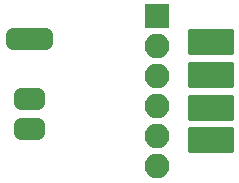
<source format=gbs>
%TF.GenerationSoftware,KiCad,Pcbnew,7.0.2-0*%
%TF.CreationDate,2023-11-06T23:03:35-08:00*%
%TF.ProjectId,uart-friend-232,75617274-2d66-4726-9965-6e642d323332,rev?*%
%TF.SameCoordinates,PX9765530PY6521e48*%
%TF.FileFunction,Soldermask,Bot*%
%TF.FilePolarity,Negative*%
%FSLAX46Y46*%
G04 Gerber Fmt 4.6, Leading zero omitted, Abs format (unit mm)*
G04 Created by KiCad (PCBNEW 7.0.2-0) date 2023-11-06 23:03:35*
%MOMM*%
%LPD*%
G01*
G04 APERTURE LIST*
G04 Aperture macros list*
%AMRoundRect*
0 Rectangle with rounded corners*
0 $1 Rounding radius*
0 $2 $3 $4 $5 $6 $7 $8 $9 X,Y pos of 4 corners*
0 Add a 4 corners polygon primitive as box body*
4,1,4,$2,$3,$4,$5,$6,$7,$8,$9,$2,$3,0*
0 Add four circle primitives for the rounded corners*
1,1,$1+$1,$2,$3*
1,1,$1+$1,$4,$5*
1,1,$1+$1,$6,$7*
1,1,$1+$1,$8,$9*
0 Add four rect primitives between the rounded corners*
20,1,$1+$1,$2,$3,$4,$5,0*
20,1,$1+$1,$4,$5,$6,$7,0*
20,1,$1+$1,$6,$7,$8,$9,0*
20,1,$1+$1,$8,$9,$2,$3,0*%
%AMFreePoly0*
4,1,40,0.586777,0.930194,0.656366,0.874698,0.694986,0.794504,0.700000,0.750000,0.700000,-0.750000,0.680194,-0.836777,0.624698,-0.906366,0.544504,-0.944986,0.500000,-0.950000,0.000000,-0.950000,-0.022297,-0.944911,-0.071157,-0.944911,-0.127504,-0.936810,-0.264055,-0.896715,-0.315837,-0.873066,-0.435559,-0.796125,-0.478580,-0.758847,-0.571777,-0.651292,-0.602554,-0.603402,-0.661673,-0.473948,
-0.677710,-0.419330,-0.697964,-0.278464,-0.700000,-0.250000,-0.700000,0.250000,-0.697964,0.278464,-0.677710,0.419330,-0.661673,0.473948,-0.602554,0.603402,-0.571777,0.651292,-0.478580,0.758847,-0.435559,0.796125,-0.315837,0.873066,-0.264055,0.896715,-0.127504,0.936810,-0.071157,0.944911,-0.044660,0.944911,-0.044504,0.944986,0.000000,0.950000,0.500000,0.950000,0.586777,0.930194,
0.586777,0.930194,$1*%
%AMFreePoly1*
4,1,40,0.022297,0.944911,0.071157,0.944911,0.127504,0.936810,0.264055,0.896715,0.315837,0.873066,0.435559,0.796125,0.478580,0.758847,0.571777,0.651292,0.602554,0.603402,0.661673,0.473948,0.677710,0.419330,0.697964,0.278464,0.700000,0.250000,0.700000,-0.250000,0.697964,-0.278464,0.677710,-0.419330,0.661673,-0.473948,0.602554,-0.603402,0.571777,-0.651292,0.478580,-0.758847,
0.435559,-0.796125,0.315837,-0.873066,0.264055,-0.896715,0.127504,-0.936810,0.071157,-0.944911,0.044660,-0.944911,0.044504,-0.944986,0.000000,-0.950000,-0.500000,-0.950000,-0.586777,-0.930194,-0.656366,-0.874698,-0.694986,-0.794504,-0.700000,-0.750000,-0.700000,0.750000,-0.680194,0.836777,-0.624698,0.906366,-0.544504,0.944986,-0.500000,0.950000,0.000000,0.950000,0.022297,0.944911,
0.022297,0.944911,$1*%
%AMFreePoly2*
4,1,40,0.636777,0.930194,0.706366,0.874698,0.744986,0.794504,0.750000,0.750000,0.750000,-0.750000,0.730194,-0.836777,0.674698,-0.906366,0.594504,-0.944986,0.550000,-0.950000,0.000000,-0.950000,-0.022297,-0.944911,-0.071157,-0.944911,-0.127504,-0.936810,-0.264055,-0.896715,-0.315837,-0.873066,-0.435559,-0.796125,-0.478580,-0.758847,-0.571777,-0.651292,-0.602554,-0.603402,-0.661673,-0.473948,
-0.677710,-0.419330,-0.697964,-0.278464,-0.700000,-0.250000,-0.700000,0.250000,-0.697964,0.278464,-0.677710,0.419330,-0.661673,0.473948,-0.602554,0.603402,-0.571777,0.651292,-0.478580,0.758847,-0.435559,0.796125,-0.315837,0.873066,-0.264055,0.896715,-0.127504,0.936810,-0.071157,0.944911,-0.044660,0.944911,-0.044504,0.944986,0.000000,0.950000,0.550000,0.950000,0.636777,0.930194,
0.636777,0.930194,$1*%
%AMFreePoly3*
4,1,40,0.022297,0.944911,0.071157,0.944911,0.127504,0.936810,0.264055,0.896715,0.315837,0.873066,0.435559,0.796125,0.478580,0.758847,0.571777,0.651292,0.602554,0.603402,0.661673,0.473948,0.677710,0.419330,0.697964,0.278464,0.700000,0.250000,0.700000,-0.250000,0.697964,-0.278464,0.677710,-0.419330,0.661673,-0.473948,0.602554,-0.603402,0.571777,-0.651292,0.478580,-0.758847,
0.435559,-0.796125,0.315837,-0.873066,0.264055,-0.896715,0.127504,-0.936810,0.071157,-0.944911,0.044660,-0.944911,0.044504,-0.944986,0.000000,-0.950000,-0.550000,-0.950000,-0.636777,-0.930194,-0.706366,-0.874698,-0.744986,-0.794504,-0.750000,-0.750000,-0.750000,0.750000,-0.730194,0.836777,-0.674698,0.906366,-0.594504,0.944986,-0.550000,0.950000,0.000000,0.950000,0.022297,0.944911,
0.022297,0.944911,$1*%
G04 Aperture macros list end*
%ADD10O,2.100000X2.100000*%
%ADD11RoundRect,0.200000X-0.850000X-0.850000X0.850000X-0.850000X0.850000X0.850000X-0.850000X0.850000X0*%
%ADD12FreePoly0,180.000000*%
%ADD13FreePoly1,180.000000*%
%ADD14FreePoly0,0.000000*%
%ADD15FreePoly1,0.000000*%
%ADD16FreePoly2,0.000000*%
%ADD17RoundRect,0.200000X-0.500000X-0.750000X0.500000X-0.750000X0.500000X0.750000X-0.500000X0.750000X0*%
%ADD18FreePoly3,0.000000*%
%ADD19RoundRect,0.200000X1.740000X-0.923333X1.740000X0.923333X-1.740000X0.923333X-1.740000X-0.923333X0*%
G04 APERTURE END LIST*
D10*
%TO.C,J2*%
X29210000Y1905000D03*
X29210000Y4445000D03*
X29210000Y6985000D03*
X29210000Y9525000D03*
X29210000Y12065000D03*
D11*
X29210000Y14605000D03*
%TD*%
D12*
%TO.C,JP3*%
X19065000Y7620000D03*
D13*
X17765000Y7620000D03*
%TD*%
D14*
%TO.C,JP2*%
X17765000Y5080000D03*
D15*
X19065000Y5080000D03*
%TD*%
D16*
%TO.C,JP1*%
X17115000Y12700000D03*
D17*
X18415000Y12700000D03*
D18*
X19715000Y12700000D03*
%TD*%
D19*
%TO.C,J1*%
X33785000Y12410000D03*
X33785000Y9640000D03*
X33785000Y6870000D03*
X33785000Y4100000D03*
%TD*%
M02*

</source>
